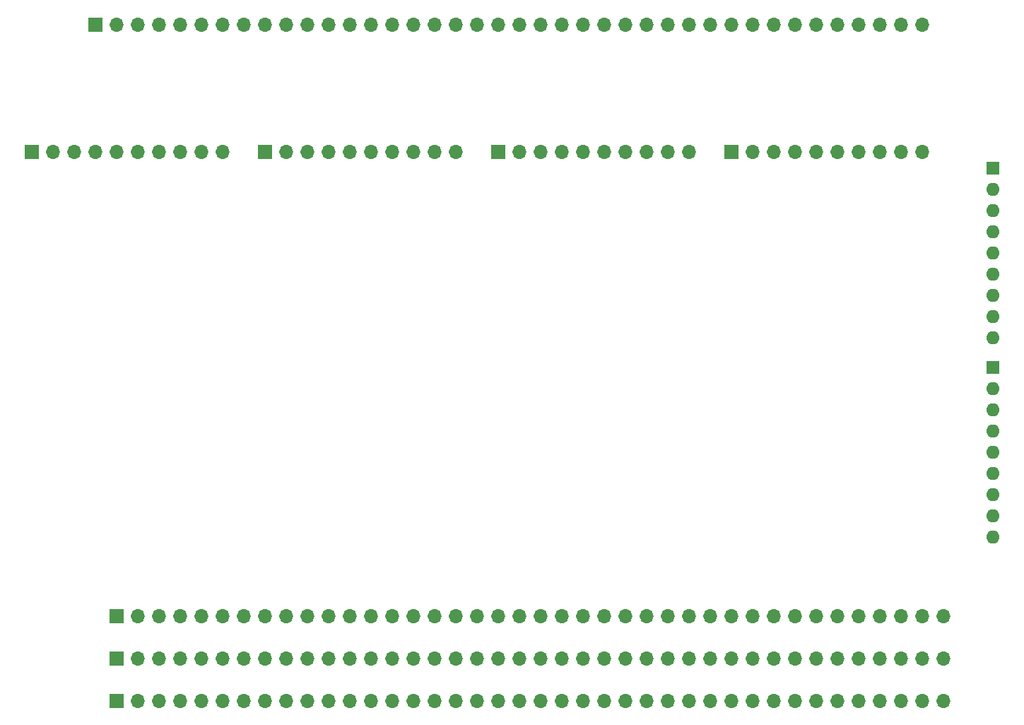
<source format=gbr>
%TF.GenerationSoftware,KiCad,Pcbnew,(6.0.6)*%
%TF.CreationDate,2022-07-29T18:16:28+02:00*%
%TF.ProjectId,csr,6373722e-6b69-4636-9164-5f7063625858,rev?*%
%TF.SameCoordinates,Original*%
%TF.FileFunction,Soldermask,Bot*%
%TF.FilePolarity,Negative*%
%FSLAX46Y46*%
G04 Gerber Fmt 4.6, Leading zero omitted, Abs format (unit mm)*
G04 Created by KiCad (PCBNEW (6.0.6)) date 2022-07-29 18:16:28*
%MOMM*%
%LPD*%
G01*
G04 APERTURE LIST*
%ADD10R,1.700000X1.700000*%
%ADD11O,1.700000X1.700000*%
%ADD12R,1.600000X1.600000*%
%ADD13O,1.600000X1.600000*%
G04 APERTURE END LIST*
D10*
%TO.C,J8*%
X54610000Y-364236000D03*
D11*
X57150000Y-364236000D03*
X59690000Y-364236000D03*
X62230000Y-364236000D03*
X64770000Y-364236000D03*
X67310000Y-364236000D03*
X69850000Y-364236000D03*
X72390000Y-364236000D03*
X74930000Y-364236000D03*
X77470000Y-364236000D03*
X80010000Y-364236000D03*
X82550000Y-364236000D03*
X85090000Y-364236000D03*
X87630000Y-364236000D03*
X90170000Y-364236000D03*
X92710000Y-364236000D03*
X95250000Y-364236000D03*
X97790000Y-364236000D03*
X100330000Y-364236000D03*
X102870000Y-364236000D03*
X105410000Y-364236000D03*
X107950000Y-364236000D03*
X110490000Y-364236000D03*
X113030000Y-364236000D03*
X115570000Y-364236000D03*
X118110000Y-364236000D03*
X120650000Y-364236000D03*
X123190000Y-364236000D03*
X125730000Y-364236000D03*
X128270000Y-364236000D03*
X130810000Y-364236000D03*
X133350000Y-364236000D03*
X135890000Y-364236000D03*
X138430000Y-364236000D03*
X140970000Y-364236000D03*
X143510000Y-364236000D03*
X146050000Y-364236000D03*
X148590000Y-364236000D03*
X151130000Y-364236000D03*
X153670000Y-364236000D03*
%TD*%
D10*
%TO.C,J7*%
X54610000Y-369316000D03*
D11*
X57150000Y-369316000D03*
X59690000Y-369316000D03*
X62230000Y-369316000D03*
X64770000Y-369316000D03*
X67310000Y-369316000D03*
X69850000Y-369316000D03*
X72390000Y-369316000D03*
X74930000Y-369316000D03*
X77470000Y-369316000D03*
X80010000Y-369316000D03*
X82550000Y-369316000D03*
X85090000Y-369316000D03*
X87630000Y-369316000D03*
X90170000Y-369316000D03*
X92710000Y-369316000D03*
X95250000Y-369316000D03*
X97790000Y-369316000D03*
X100330000Y-369316000D03*
X102870000Y-369316000D03*
X105410000Y-369316000D03*
X107950000Y-369316000D03*
X110490000Y-369316000D03*
X113030000Y-369316000D03*
X115570000Y-369316000D03*
X118110000Y-369316000D03*
X120650000Y-369316000D03*
X123190000Y-369316000D03*
X125730000Y-369316000D03*
X128270000Y-369316000D03*
X130810000Y-369316000D03*
X133350000Y-369316000D03*
X135890000Y-369316000D03*
X138430000Y-369316000D03*
X140970000Y-369316000D03*
X143510000Y-369316000D03*
X146050000Y-369316000D03*
X148590000Y-369316000D03*
X151130000Y-369316000D03*
X153670000Y-369316000D03*
%TD*%
D10*
%TO.C,J6*%
X128270000Y-308610000D03*
D11*
X130810000Y-308610000D03*
X133350000Y-308610000D03*
X135890000Y-308610000D03*
X138430000Y-308610000D03*
X140970000Y-308610000D03*
X143510000Y-308610000D03*
X146050000Y-308610000D03*
X148590000Y-308610000D03*
X151130000Y-308610000D03*
%TD*%
D10*
%TO.C,J5*%
X100330000Y-308610000D03*
D11*
X102870000Y-308610000D03*
X105410000Y-308610000D03*
X107950000Y-308610000D03*
X110490000Y-308610000D03*
X113030000Y-308610000D03*
X115570000Y-308610000D03*
X118110000Y-308610000D03*
X120650000Y-308610000D03*
X123190000Y-308610000D03*
%TD*%
D10*
%TO.C,J4*%
X72390000Y-308610000D03*
D11*
X74930000Y-308610000D03*
X77470000Y-308610000D03*
X80010000Y-308610000D03*
X82550000Y-308610000D03*
X85090000Y-308610000D03*
X87630000Y-308610000D03*
X90170000Y-308610000D03*
X92710000Y-308610000D03*
X95250000Y-308610000D03*
%TD*%
D10*
%TO.C,J3*%
X44450000Y-308610000D03*
D11*
X46990000Y-308610000D03*
X49530000Y-308610000D03*
X52070000Y-308610000D03*
X54610000Y-308610000D03*
X57150000Y-308610000D03*
X59690000Y-308610000D03*
X62230000Y-308610000D03*
X64770000Y-308610000D03*
X67310000Y-308610000D03*
%TD*%
D10*
%TO.C,J2*%
X52070000Y-293370000D03*
D11*
X54610000Y-293370000D03*
X57150000Y-293370000D03*
X59690000Y-293370000D03*
X62230000Y-293370000D03*
X64770000Y-293370000D03*
X67310000Y-293370000D03*
X69850000Y-293370000D03*
X72390000Y-293370000D03*
X74930000Y-293370000D03*
X77470000Y-293370000D03*
X80010000Y-293370000D03*
X82550000Y-293370000D03*
X85090000Y-293370000D03*
X87630000Y-293370000D03*
X90170000Y-293370000D03*
X92710000Y-293370000D03*
X95250000Y-293370000D03*
X97790000Y-293370000D03*
X100330000Y-293370000D03*
X102870000Y-293370000D03*
X105410000Y-293370000D03*
X107950000Y-293370000D03*
X110490000Y-293370000D03*
X113030000Y-293370000D03*
X115570000Y-293370000D03*
X118110000Y-293370000D03*
X120650000Y-293370000D03*
X123190000Y-293370000D03*
X125730000Y-293370000D03*
X128270000Y-293370000D03*
X130810000Y-293370000D03*
X133350000Y-293370000D03*
X135890000Y-293370000D03*
X138430000Y-293370000D03*
X140970000Y-293370000D03*
X143510000Y-293370000D03*
X146050000Y-293370000D03*
X148590000Y-293370000D03*
X151130000Y-293370000D03*
%TD*%
D10*
%TO.C,J1*%
X54610000Y-374396000D03*
D11*
X57150000Y-374396000D03*
X59690000Y-374396000D03*
X62230000Y-374396000D03*
X64770000Y-374396000D03*
X67310000Y-374396000D03*
X69850000Y-374396000D03*
X72390000Y-374396000D03*
X74930000Y-374396000D03*
X77470000Y-374396000D03*
X80010000Y-374396000D03*
X82550000Y-374396000D03*
X85090000Y-374396000D03*
X87630000Y-374396000D03*
X90170000Y-374396000D03*
X92710000Y-374396000D03*
X95250000Y-374396000D03*
X97790000Y-374396000D03*
X100330000Y-374396000D03*
X102870000Y-374396000D03*
X105410000Y-374396000D03*
X107950000Y-374396000D03*
X110490000Y-374396000D03*
X113030000Y-374396000D03*
X115570000Y-374396000D03*
X118110000Y-374396000D03*
X120650000Y-374396000D03*
X123190000Y-374396000D03*
X125730000Y-374396000D03*
X128270000Y-374396000D03*
X130810000Y-374396000D03*
X133350000Y-374396000D03*
X135890000Y-374396000D03*
X138430000Y-374396000D03*
X140970000Y-374396000D03*
X143510000Y-374396000D03*
X146050000Y-374396000D03*
X148590000Y-374396000D03*
X151130000Y-374396000D03*
X153670000Y-374396000D03*
%TD*%
D12*
%TO.C,RN1*%
X159639000Y-310627000D03*
D13*
X159639000Y-313167000D03*
X159639000Y-315707000D03*
X159639000Y-318247000D03*
X159639000Y-320787000D03*
X159639000Y-323327000D03*
X159639000Y-325867000D03*
X159639000Y-328407000D03*
X159639000Y-330947000D03*
%TD*%
D12*
%TO.C,RN2*%
X159639000Y-334503000D03*
D13*
X159639000Y-337043000D03*
X159639000Y-339583000D03*
X159639000Y-342123000D03*
X159639000Y-344663000D03*
X159639000Y-347203000D03*
X159639000Y-349743000D03*
X159639000Y-352283000D03*
X159639000Y-354823000D03*
%TD*%
M02*

</source>
